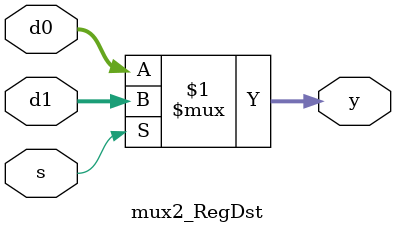
<source format=sv>
`timescale 1ns / 1ps

module mux2_RegDst(
    input   logic [4:0] d0, d1,
    input   logic s,
    output  logic [4:0] y
    );
    
    assign y = s ? d1 : d0;
    
endmodule

</source>
